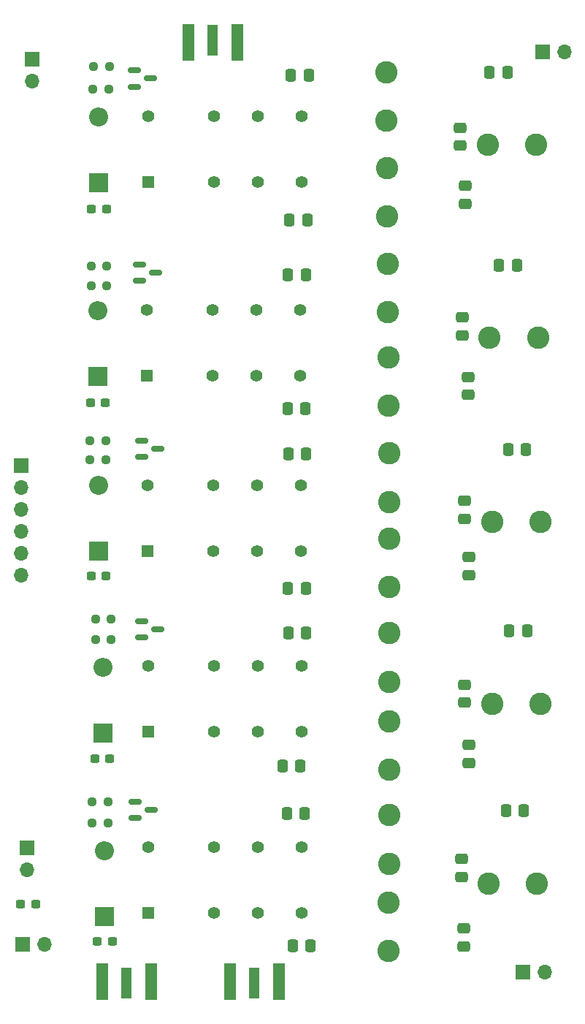
<source format=gbr>
%TF.GenerationSoftware,KiCad,Pcbnew,(6.0.2)*%
%TF.CreationDate,2022-10-25T13:29:22-07:00*%
%TF.ProjectId,cwaz_lpf,6377617a-5f6c-4706-962e-6b696361645f,rev?*%
%TF.SameCoordinates,Original*%
%TF.FileFunction,Soldermask,Top*%
%TF.FilePolarity,Negative*%
%FSLAX46Y46*%
G04 Gerber Fmt 4.6, Leading zero omitted, Abs format (unit mm)*
G04 Created by KiCad (PCBNEW (6.0.2)) date 2022-10-25 13:29:22*
%MOMM*%
%LPD*%
G01*
G04 APERTURE LIST*
G04 Aperture macros list*
%AMRoundRect*
0 Rectangle with rounded corners*
0 $1 Rounding radius*
0 $2 $3 $4 $5 $6 $7 $8 $9 X,Y pos of 4 corners*
0 Add a 4 corners polygon primitive as box body*
4,1,4,$2,$3,$4,$5,$6,$7,$8,$9,$2,$3,0*
0 Add four circle primitives for the rounded corners*
1,1,$1+$1,$2,$3*
1,1,$1+$1,$4,$5*
1,1,$1+$1,$6,$7*
1,1,$1+$1,$8,$9*
0 Add four rect primitives between the rounded corners*
20,1,$1+$1,$2,$3,$4,$5,0*
20,1,$1+$1,$4,$5,$6,$7,0*
20,1,$1+$1,$6,$7,$8,$9,0*
20,1,$1+$1,$8,$9,$2,$3,0*%
G04 Aperture macros list end*
%ADD10R,2.200000X2.200000*%
%ADD11O,2.200000X2.200000*%
%ADD12RoundRect,0.250000X0.337500X0.475000X-0.337500X0.475000X-0.337500X-0.475000X0.337500X-0.475000X0*%
%ADD13RoundRect,0.150000X-0.587500X-0.150000X0.587500X-0.150000X0.587500X0.150000X-0.587500X0.150000X0*%
%ADD14RoundRect,0.237500X0.250000X0.237500X-0.250000X0.237500X-0.250000X-0.237500X0.250000X-0.237500X0*%
%ADD15RoundRect,0.250000X-0.475000X0.337500X-0.475000X-0.337500X0.475000X-0.337500X0.475000X0.337500X0*%
%ADD16R,1.700000X1.700000*%
%ADD17O,1.700000X1.700000*%
%ADD18R,1.400000X1.400000*%
%ADD19C,1.400000*%
%ADD20C,2.600000*%
%ADD21RoundRect,0.237500X0.300000X0.237500X-0.300000X0.237500X-0.300000X-0.237500X0.300000X-0.237500X0*%
%ADD22R,1.270000X3.600000*%
%ADD23R,1.350000X4.200000*%
%ADD24RoundRect,0.250000X-0.337500X-0.475000X0.337500X-0.475000X0.337500X0.475000X-0.337500X0.475000X0*%
%ADD25RoundRect,0.250000X0.475000X-0.337500X0.475000X0.337500X-0.475000X0.337500X-0.475000X-0.337500X0*%
G04 APERTURE END LIST*
D10*
%TO.C,D5*%
X91037500Y-143410000D03*
D11*
X91037500Y-135790000D03*
%TD*%
D12*
%TO.C,C5*%
X114337500Y-84500000D03*
X112262500Y-84500000D03*
%TD*%
D13*
%TO.C,Q1*%
X94525000Y-45350000D03*
X94525000Y-47250000D03*
X96400000Y-46300000D03*
%TD*%
D14*
%TO.C,R2*%
X91325000Y-68000000D03*
X89500000Y-68000000D03*
%TD*%
%TO.C,R1*%
X91612500Y-44900000D03*
X89787500Y-44900000D03*
%TD*%
D13*
%TO.C,Q3*%
X95325000Y-88250000D03*
X95325000Y-90150000D03*
X97200000Y-89200000D03*
%TD*%
D15*
%TO.C,C8*%
X133200000Y-80862500D03*
X133200000Y-82937500D03*
%TD*%
D14*
%TO.C,R5*%
X91312500Y-70300000D03*
X89487500Y-70300000D03*
%TD*%
D16*
%TO.C,J8*%
X82700000Y-44025000D03*
D17*
X82700000Y-46565000D03*
%TD*%
D18*
%TO.C,K2*%
X95942500Y-80762500D03*
D19*
X103562500Y-80762500D03*
X108642500Y-80762500D03*
X113722500Y-80762500D03*
X113722500Y-73142500D03*
X108642500Y-73142500D03*
X103562500Y-73142500D03*
X95942500Y-73142500D03*
%TD*%
D20*
%TO.C,L3*%
X124062500Y-99600000D03*
X124062500Y-105200000D03*
%TD*%
D10*
%TO.C,D1*%
X90400000Y-58410000D03*
D11*
X90400000Y-50790000D03*
%TD*%
D16*
%TO.C,J2*%
X82100000Y-135400000D03*
D17*
X82100000Y-137940000D03*
%TD*%
D21*
%TO.C,C19*%
X83062500Y-141900000D03*
X81337500Y-141900000D03*
%TD*%
D18*
%TO.C,K4*%
X96142500Y-121962500D03*
D19*
X103762500Y-121962500D03*
X108842500Y-121962500D03*
X113922500Y-121962500D03*
X113922500Y-114342500D03*
X108842500Y-114342500D03*
X103762500Y-114342500D03*
X96142500Y-114342500D03*
%TD*%
D20*
%TO.C,L13*%
X135600000Y-139600000D03*
X141200000Y-139600000D03*
%TD*%
D13*
%TO.C,Q4*%
X95325000Y-109150000D03*
X95325000Y-111050000D03*
X97200000Y-110100000D03*
%TD*%
D12*
%TO.C,C17*%
X114400000Y-69000000D03*
X112325000Y-69000000D03*
%TD*%
D14*
%TO.C,R3*%
X91175000Y-88300000D03*
X89350000Y-88300000D03*
%TD*%
D18*
%TO.C,K3*%
X96062500Y-101020000D03*
D19*
X103682500Y-101020000D03*
X108762500Y-101020000D03*
X113842500Y-101020000D03*
X113842500Y-93400000D03*
X108762500Y-93400000D03*
X103682500Y-93400000D03*
X96062500Y-93400000D03*
%TD*%
D21*
%TO.C,C21*%
X91937500Y-146300000D03*
X90212500Y-146300000D03*
%TD*%
D18*
%TO.C,K1*%
X96142500Y-58262500D03*
D19*
X103762500Y-58262500D03*
X108842500Y-58262500D03*
X113922500Y-58262500D03*
X113922500Y-50642500D03*
X108842500Y-50642500D03*
X103762500Y-50642500D03*
X96142500Y-50642500D03*
%TD*%
D22*
%TO.C,J9*%
X93600000Y-151100000D03*
D23*
X96425000Y-150900000D03*
X90775000Y-150900000D03*
%TD*%
D13*
%TO.C,Q5*%
X94600000Y-130050000D03*
X94600000Y-131950000D03*
X96475000Y-131000000D03*
%TD*%
D14*
%TO.C,R6*%
X91175000Y-90500000D03*
X89350000Y-90500000D03*
%TD*%
D24*
%TO.C,C29*%
X137600000Y-131100000D03*
X139675000Y-131100000D03*
%TD*%
D18*
%TO.C,K5*%
X96080000Y-142962500D03*
D19*
X103700000Y-142962500D03*
X108780000Y-142962500D03*
X113860000Y-142962500D03*
X113860000Y-135342500D03*
X108780000Y-135342500D03*
X103700000Y-135342500D03*
X96080000Y-135342500D03*
%TD*%
D20*
%TO.C,L4*%
X135500000Y-54000000D03*
X141100000Y-54000000D03*
%TD*%
D12*
%TO.C,C22*%
X113737500Y-125900000D03*
X111662500Y-125900000D03*
%TD*%
D24*
%TO.C,C13*%
X135700000Y-45600000D03*
X137775000Y-45600000D03*
%TD*%
D22*
%TO.C,J3*%
X108437000Y-151100000D03*
D23*
X111262000Y-150900000D03*
X105612000Y-150900000D03*
%TD*%
D21*
%TO.C,C1*%
X91262500Y-61400000D03*
X89537500Y-61400000D03*
%TD*%
D20*
%TO.C,L11*%
X123937500Y-141800000D03*
X123937500Y-147400000D03*
%TD*%
D25*
%TO.C,C11*%
X132567000Y-76059500D03*
X132567000Y-73984500D03*
%TD*%
D14*
%TO.C,R9*%
X91812500Y-111300000D03*
X89987500Y-111300000D03*
%TD*%
D10*
%TO.C,D4*%
X90900000Y-122110000D03*
D11*
X90900000Y-114490000D03*
%TD*%
D20*
%TO.C,L2*%
X124000000Y-78600000D03*
X124000000Y-84200000D03*
%TD*%
D12*
%TO.C,C6*%
X114400000Y-105400000D03*
X112325000Y-105400000D03*
%TD*%
%TO.C,C4*%
X114537500Y-62700000D03*
X112462500Y-62700000D03*
%TD*%
D20*
%TO.C,L9*%
X124058000Y-95342000D03*
X124058000Y-89742000D03*
%TD*%
D16*
%TO.C,J5*%
X139552000Y-149825000D03*
D17*
X142092000Y-149825000D03*
%TD*%
D14*
%TO.C,R4*%
X91512500Y-47500000D03*
X89687500Y-47500000D03*
%TD*%
D20*
%TO.C,L1*%
X123800000Y-56700000D03*
X123800000Y-62300000D03*
%TD*%
%TO.C,L7*%
X123700000Y-51200000D03*
X123700000Y-45600000D03*
%TD*%
%TO.C,L6*%
X135962500Y-97700000D03*
X141562500Y-97700000D03*
%TD*%
D14*
%TO.C,R8*%
X91450000Y-130100000D03*
X89625000Y-130100000D03*
%TD*%
D12*
%TO.C,C16*%
X114737500Y-45900000D03*
X112662500Y-45900000D03*
%TD*%
D20*
%TO.C,L8*%
X123900000Y-73400000D03*
X123900000Y-67800000D03*
%TD*%
D14*
%TO.C,R7*%
X91812500Y-108900000D03*
X89987500Y-108900000D03*
%TD*%
D21*
%TO.C,C3*%
X91225000Y-103900000D03*
X89500000Y-103900000D03*
%TD*%
D20*
%TO.C,L5*%
X135700000Y-76300000D03*
X141300000Y-76300000D03*
%TD*%
D25*
%TO.C,C12*%
X132821000Y-97290000D03*
X132821000Y-95215000D03*
%TD*%
D22*
%TO.C,J4*%
X103600000Y-41900000D03*
D23*
X100775000Y-42100000D03*
X106425000Y-42100000D03*
%TD*%
D20*
%TO.C,L12*%
X136000000Y-118700000D03*
X141600000Y-118700000D03*
%TD*%
D12*
%TO.C,C23*%
X114937500Y-146800000D03*
X112862500Y-146800000D03*
%TD*%
%TO.C,C18*%
X114437500Y-89800000D03*
X112362500Y-89800000D03*
%TD*%
D25*
%TO.C,C26*%
X132821000Y-118604500D03*
X132821000Y-116529500D03*
%TD*%
D15*
%TO.C,C7*%
X132900000Y-58725000D03*
X132900000Y-60800000D03*
%TD*%
D10*
%TO.C,D3*%
X90362500Y-101010000D03*
D11*
X90362500Y-93390000D03*
%TD*%
D21*
%TO.C,C20*%
X91662500Y-125100000D03*
X89937500Y-125100000D03*
%TD*%
D16*
%TO.C,J1*%
X81400000Y-91180000D03*
D17*
X81400000Y-93720000D03*
X81400000Y-96260000D03*
X81400000Y-98800000D03*
X81400000Y-101340000D03*
X81400000Y-103880000D03*
%TD*%
D12*
%TO.C,C31*%
X114275000Y-131400000D03*
X112200000Y-131400000D03*
%TD*%
D15*
%TO.C,C9*%
X133262500Y-101762500D03*
X133262500Y-103837500D03*
%TD*%
D25*
%TO.C,C27*%
X132440000Y-138797500D03*
X132440000Y-136722500D03*
%TD*%
D16*
%TO.C,J7*%
X141800000Y-43200000D03*
D17*
X144340000Y-43200000D03*
%TD*%
D24*
%TO.C,C14*%
X136762500Y-67900000D03*
X138837500Y-67900000D03*
%TD*%
D15*
%TO.C,C25*%
X132700000Y-144762500D03*
X132700000Y-146837500D03*
%TD*%
D20*
%TO.C,L15*%
X124058000Y-137252000D03*
X124058000Y-131652000D03*
%TD*%
D13*
%TO.C,Q2*%
X95062500Y-67850000D03*
X95062500Y-69750000D03*
X96937500Y-68800000D03*
%TD*%
D25*
%TO.C,C10*%
X132313000Y-54088500D03*
X132313000Y-52013500D03*
%TD*%
D16*
%TO.C,J6*%
X81525000Y-146600000D03*
D17*
X84065000Y-146600000D03*
%TD*%
D24*
%TO.C,C28*%
X137962500Y-110300000D03*
X140037500Y-110300000D03*
%TD*%
D14*
%TO.C,R10*%
X91462500Y-132500000D03*
X89637500Y-132500000D03*
%TD*%
D20*
%TO.C,L14*%
X124058000Y-116170000D03*
X124058000Y-110570000D03*
%TD*%
D24*
%TO.C,C15*%
X137825000Y-89300000D03*
X139900000Y-89300000D03*
%TD*%
D20*
%TO.C,L10*%
X124100000Y-120800000D03*
X124100000Y-126400000D03*
%TD*%
D21*
%TO.C,C2*%
X91125000Y-83900000D03*
X89400000Y-83900000D03*
%TD*%
D10*
%TO.C,D2*%
X90300000Y-80810000D03*
D11*
X90300000Y-73190000D03*
%TD*%
D15*
%TO.C,C24*%
X133300000Y-123500000D03*
X133300000Y-125575000D03*
%TD*%
D12*
%TO.C,C30*%
X114437500Y-110500000D03*
X112362500Y-110500000D03*
%TD*%
M02*

</source>
